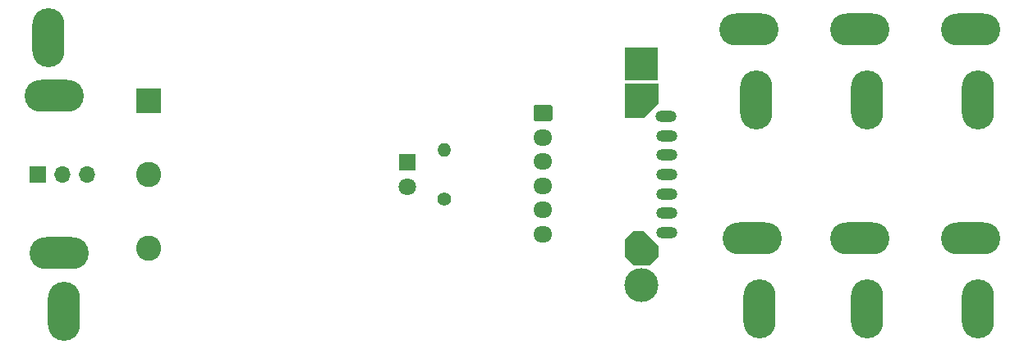
<source format=gbr>
%TF.GenerationSoftware,KiCad,Pcbnew,(5.1.9)-1*%
%TF.CreationDate,2021-04-12T23:16:35+02:00*%
%TF.ProjectId,v1_BMR480,76315f42-4d52-4343-9830-2e6b69636164,rev?*%
%TF.SameCoordinates,Original*%
%TF.FileFunction,Soldermask,Bot*%
%TF.FilePolarity,Negative*%
%FSLAX46Y46*%
G04 Gerber Fmt 4.6, Leading zero omitted, Abs format (unit mm)*
G04 Created by KiCad (PCBNEW (5.1.9)-1) date 2021-04-12 23:16:35*
%MOMM*%
%LPD*%
G01*
G04 APERTURE LIST*
%ADD10C,0.100000*%
%ADD11O,2.200000X1.200000*%
%ADD12C,3.500001*%
%ADD13R,3.500000X3.500000*%
%ADD14R,2.600000X2.600000*%
%ADD15C,2.600000*%
%ADD16O,1.400000X1.400000*%
%ADD17C,1.400000*%
%ADD18O,1.700000X1.700000*%
%ADD19R,1.700000X1.700000*%
%ADD20O,6.096000X3.302000*%
%ADD21O,3.302000X6.096000*%
%ADD22O,1.950000X1.700000*%
%ADD23C,1.800000*%
%ADD24R,1.800000X1.800000*%
G04 APERTURE END LIST*
D10*
%TO.C,PS1*%
G36*
X143760000Y-57630000D02*
G01*
X141760000Y-57630000D01*
X141760000Y-54130000D01*
X145260000Y-54130000D01*
X145260000Y-56130000D01*
X143760000Y-57630000D01*
G37*
D11*
X146110000Y-69500000D03*
X146110000Y-67500000D03*
X146110000Y-65500000D03*
X146110000Y-63500000D03*
X146110000Y-61500000D03*
X146110000Y-59500000D03*
X146050000Y-57500000D03*
D12*
X143510000Y-74930000D03*
D13*
X143510000Y-52070000D03*
D10*
G36*
X145260000Y-70870000D02*
G01*
X145260000Y-71995000D01*
X144385000Y-72870000D01*
X142635000Y-72870000D01*
X141760000Y-71995000D01*
X141760000Y-70245000D01*
X142635000Y-69370000D01*
X143760000Y-69370000D01*
X145260000Y-70870000D01*
G37*
D14*
X92710000Y-55880000D03*
D15*
X92710000Y-63500000D03*
X92710000Y-71120000D03*
%TD*%
D16*
%TO.C,R1*%
X123190000Y-60960000D03*
D17*
X123190000Y-66040000D03*
%TD*%
D18*
%TO.C,J10*%
X86360000Y-63500000D03*
X83820000Y-63500000D03*
D19*
X81280000Y-63500000D03*
%TD*%
D20*
%TO.C,J9*%
X177419000Y-70104000D03*
D21*
X178181000Y-77343000D03*
%TD*%
D20*
%TO.C,J8*%
X177419000Y-48514000D03*
D21*
X178181000Y-55753000D03*
%TD*%
D20*
%TO.C,J7*%
X154940000Y-70104000D03*
D21*
X155702000Y-77343000D03*
%TD*%
D20*
%TO.C,J6*%
X165989000Y-48514000D03*
D21*
X166751000Y-55753000D03*
%TD*%
D20*
%TO.C,J5*%
X154559000Y-48514000D03*
D21*
X155321000Y-55753000D03*
%TD*%
D20*
%TO.C,J4*%
X165989000Y-70104000D03*
D21*
X166751000Y-77343000D03*
%TD*%
D22*
%TO.C,J3*%
X133350000Y-69650000D03*
X133350000Y-67150000D03*
X133350000Y-64650000D03*
X133350000Y-62150000D03*
X133350000Y-59650000D03*
G36*
G01*
X132625000Y-56300000D02*
X134075000Y-56300000D01*
G75*
G02*
X134325000Y-56550000I0J-250000D01*
G01*
X134325000Y-57750000D01*
G75*
G02*
X134075000Y-58000000I-250000J0D01*
G01*
X132625000Y-58000000D01*
G75*
G02*
X132375000Y-57750000I0J250000D01*
G01*
X132375000Y-56550000D01*
G75*
G02*
X132625000Y-56300000I250000J0D01*
G01*
G37*
%TD*%
D21*
%TO.C,J2*%
X83998000Y-77622000D03*
D20*
X83439000Y-71628000D03*
%TD*%
D21*
%TO.C,J1*%
X82372000Y-49378000D03*
D20*
X82931000Y-55372000D03*
%TD*%
D23*
%TO.C,D1*%
X119380000Y-64770000D03*
D24*
X119380000Y-62230000D03*
%TD*%
M02*

</source>
